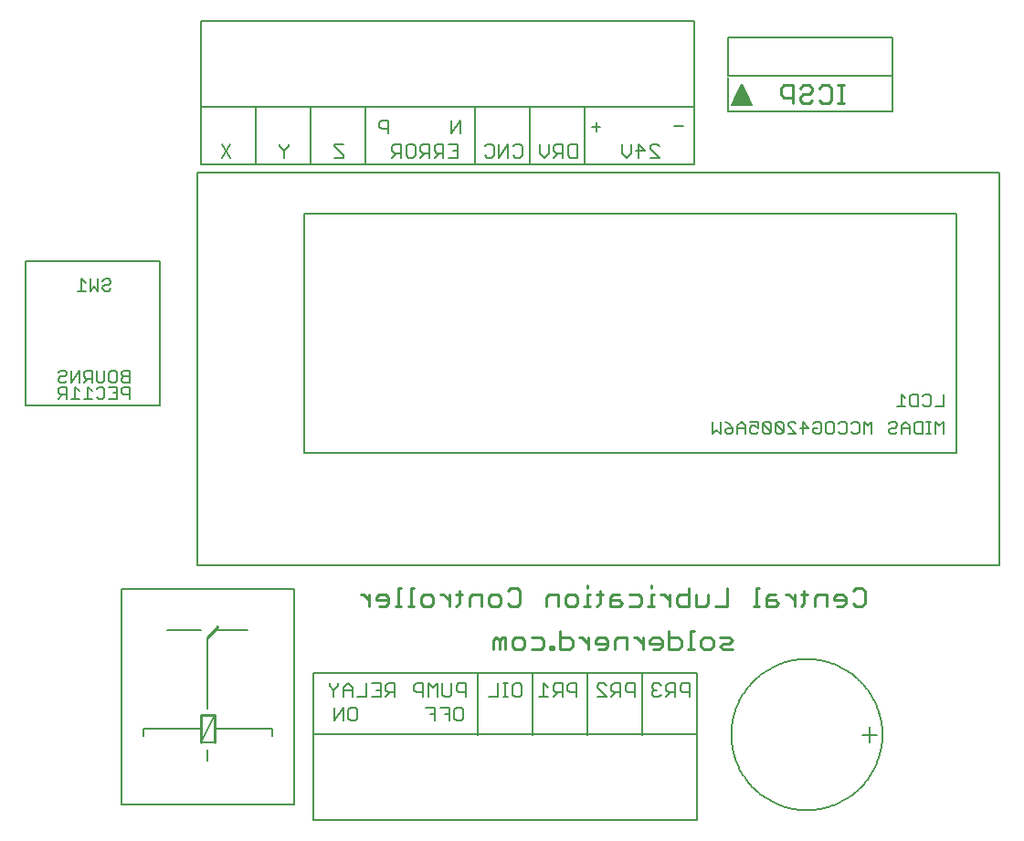
<source format=gbo>
G75*
%MOIN*%
%OFA0B0*%
%FSLAX25Y25*%
%IPPOS*%
%LPD*%
%AMOC8*
5,1,8,0,0,1.08239X$1,22.5*
%
%ADD10C,0.00591*%
%ADD11C,0.01000*%
%ADD12C,0.00700*%
%ADD13C,0.00600*%
D10*
X0148343Y0031719D02*
X0148343Y0063215D01*
X0288343Y0063215D01*
X0288343Y0031719D01*
X0148343Y0031719D01*
X0148343Y0062929D02*
X0148343Y0085429D01*
X0208343Y0085429D01*
X0208343Y0062929D01*
X0228343Y0062929D02*
X0228343Y0085429D01*
X0208343Y0085429D01*
X0228343Y0085429D02*
X0248343Y0085429D01*
X0248343Y0062929D01*
X0268343Y0062929D02*
X0268343Y0085429D01*
X0248343Y0085429D01*
X0268343Y0085429D02*
X0288343Y0085429D01*
X0288343Y0062929D01*
X0300784Y0062929D02*
X0300792Y0063605D01*
X0300817Y0064281D01*
X0300859Y0064956D01*
X0300917Y0065630D01*
X0300991Y0066303D01*
X0301082Y0066973D01*
X0301190Y0067641D01*
X0301314Y0068305D01*
X0301454Y0068967D01*
X0301610Y0069625D01*
X0301782Y0070279D01*
X0301971Y0070929D01*
X0302175Y0071574D01*
X0302395Y0072213D01*
X0302631Y0072847D01*
X0302882Y0073475D01*
X0303148Y0074097D01*
X0303430Y0074712D01*
X0303727Y0075320D01*
X0304038Y0075920D01*
X0304364Y0076513D01*
X0304705Y0077097D01*
X0305060Y0077673D01*
X0305429Y0078240D01*
X0305811Y0078798D01*
X0306207Y0079346D01*
X0306617Y0079884D01*
X0307040Y0080412D01*
X0307475Y0080930D01*
X0307923Y0081436D01*
X0308383Y0081932D01*
X0308856Y0082416D01*
X0309340Y0082889D01*
X0309836Y0083349D01*
X0310342Y0083797D01*
X0310860Y0084232D01*
X0311388Y0084655D01*
X0311926Y0085065D01*
X0312474Y0085461D01*
X0313032Y0085843D01*
X0313599Y0086212D01*
X0314175Y0086567D01*
X0314759Y0086908D01*
X0315352Y0087234D01*
X0315952Y0087545D01*
X0316560Y0087842D01*
X0317175Y0088124D01*
X0317797Y0088390D01*
X0318425Y0088641D01*
X0319059Y0088877D01*
X0319698Y0089097D01*
X0320343Y0089301D01*
X0320993Y0089490D01*
X0321647Y0089662D01*
X0322305Y0089818D01*
X0322967Y0089958D01*
X0323631Y0090082D01*
X0324299Y0090190D01*
X0324969Y0090281D01*
X0325642Y0090355D01*
X0326316Y0090413D01*
X0326991Y0090455D01*
X0327667Y0090480D01*
X0328343Y0090488D01*
X0329019Y0090480D01*
X0329695Y0090455D01*
X0330370Y0090413D01*
X0331044Y0090355D01*
X0331717Y0090281D01*
X0332387Y0090190D01*
X0333055Y0090082D01*
X0333719Y0089958D01*
X0334381Y0089818D01*
X0335039Y0089662D01*
X0335693Y0089490D01*
X0336343Y0089301D01*
X0336988Y0089097D01*
X0337627Y0088877D01*
X0338261Y0088641D01*
X0338889Y0088390D01*
X0339511Y0088124D01*
X0340126Y0087842D01*
X0340734Y0087545D01*
X0341334Y0087234D01*
X0341927Y0086908D01*
X0342511Y0086567D01*
X0343087Y0086212D01*
X0343654Y0085843D01*
X0344212Y0085461D01*
X0344760Y0085065D01*
X0345298Y0084655D01*
X0345826Y0084232D01*
X0346344Y0083797D01*
X0346850Y0083349D01*
X0347346Y0082889D01*
X0347830Y0082416D01*
X0348303Y0081932D01*
X0348763Y0081436D01*
X0349211Y0080930D01*
X0349646Y0080412D01*
X0350069Y0079884D01*
X0350479Y0079346D01*
X0350875Y0078798D01*
X0351257Y0078240D01*
X0351626Y0077673D01*
X0351981Y0077097D01*
X0352322Y0076513D01*
X0352648Y0075920D01*
X0352959Y0075320D01*
X0353256Y0074712D01*
X0353538Y0074097D01*
X0353804Y0073475D01*
X0354055Y0072847D01*
X0354291Y0072213D01*
X0354511Y0071574D01*
X0354715Y0070929D01*
X0354904Y0070279D01*
X0355076Y0069625D01*
X0355232Y0068967D01*
X0355372Y0068305D01*
X0355496Y0067641D01*
X0355604Y0066973D01*
X0355695Y0066303D01*
X0355769Y0065630D01*
X0355827Y0064956D01*
X0355869Y0064281D01*
X0355894Y0063605D01*
X0355902Y0062929D01*
X0355894Y0062253D01*
X0355869Y0061577D01*
X0355827Y0060902D01*
X0355769Y0060228D01*
X0355695Y0059555D01*
X0355604Y0058885D01*
X0355496Y0058217D01*
X0355372Y0057553D01*
X0355232Y0056891D01*
X0355076Y0056233D01*
X0354904Y0055579D01*
X0354715Y0054929D01*
X0354511Y0054284D01*
X0354291Y0053645D01*
X0354055Y0053011D01*
X0353804Y0052383D01*
X0353538Y0051761D01*
X0353256Y0051146D01*
X0352959Y0050538D01*
X0352648Y0049938D01*
X0352322Y0049345D01*
X0351981Y0048761D01*
X0351626Y0048185D01*
X0351257Y0047618D01*
X0350875Y0047060D01*
X0350479Y0046512D01*
X0350069Y0045974D01*
X0349646Y0045446D01*
X0349211Y0044928D01*
X0348763Y0044422D01*
X0348303Y0043926D01*
X0347830Y0043442D01*
X0347346Y0042969D01*
X0346850Y0042509D01*
X0346344Y0042061D01*
X0345826Y0041626D01*
X0345298Y0041203D01*
X0344760Y0040793D01*
X0344212Y0040397D01*
X0343654Y0040015D01*
X0343087Y0039646D01*
X0342511Y0039291D01*
X0341927Y0038950D01*
X0341334Y0038624D01*
X0340734Y0038313D01*
X0340126Y0038016D01*
X0339511Y0037734D01*
X0338889Y0037468D01*
X0338261Y0037217D01*
X0337627Y0036981D01*
X0336988Y0036761D01*
X0336343Y0036557D01*
X0335693Y0036368D01*
X0335039Y0036196D01*
X0334381Y0036040D01*
X0333719Y0035900D01*
X0333055Y0035776D01*
X0332387Y0035668D01*
X0331717Y0035577D01*
X0331044Y0035503D01*
X0330370Y0035445D01*
X0329695Y0035403D01*
X0329019Y0035378D01*
X0328343Y0035370D01*
X0327667Y0035378D01*
X0326991Y0035403D01*
X0326316Y0035445D01*
X0325642Y0035503D01*
X0324969Y0035577D01*
X0324299Y0035668D01*
X0323631Y0035776D01*
X0322967Y0035900D01*
X0322305Y0036040D01*
X0321647Y0036196D01*
X0320993Y0036368D01*
X0320343Y0036557D01*
X0319698Y0036761D01*
X0319059Y0036981D01*
X0318425Y0037217D01*
X0317797Y0037468D01*
X0317175Y0037734D01*
X0316560Y0038016D01*
X0315952Y0038313D01*
X0315352Y0038624D01*
X0314759Y0038950D01*
X0314175Y0039291D01*
X0313599Y0039646D01*
X0313032Y0040015D01*
X0312474Y0040397D01*
X0311926Y0040793D01*
X0311388Y0041203D01*
X0310860Y0041626D01*
X0310342Y0042061D01*
X0309836Y0042509D01*
X0309340Y0042969D01*
X0308856Y0043442D01*
X0308383Y0043926D01*
X0307923Y0044422D01*
X0307475Y0044928D01*
X0307040Y0045446D01*
X0306617Y0045974D01*
X0306207Y0046512D01*
X0305811Y0047060D01*
X0305429Y0047618D01*
X0305060Y0048185D01*
X0304705Y0048761D01*
X0304364Y0049345D01*
X0304038Y0049938D01*
X0303727Y0050538D01*
X0303430Y0051146D01*
X0303148Y0051761D01*
X0302882Y0052383D01*
X0302631Y0053011D01*
X0302395Y0053645D01*
X0302175Y0054284D01*
X0301971Y0054929D01*
X0301782Y0055579D01*
X0301610Y0056233D01*
X0301454Y0056891D01*
X0301314Y0057553D01*
X0301190Y0058217D01*
X0301082Y0058885D01*
X0300991Y0059555D01*
X0300917Y0060228D01*
X0300859Y0060902D01*
X0300817Y0061577D01*
X0300792Y0062253D01*
X0300784Y0062929D01*
X0348422Y0062929D02*
X0353934Y0062929D01*
X0351178Y0065685D02*
X0351178Y0060173D01*
X0398422Y0124917D02*
X0398422Y0268224D01*
X0105902Y0268224D01*
X0105902Y0124917D01*
X0398422Y0124917D01*
X0383068Y0165705D02*
X0383068Y0253028D01*
X0144879Y0253028D01*
X0144879Y0165705D01*
X0383068Y0165705D01*
X0287093Y0271054D02*
X0247093Y0271054D01*
X0247093Y0292304D01*
X0227093Y0292304D02*
X0227093Y0271054D01*
X0207093Y0271054D01*
X0207093Y0292304D01*
X0207093Y0271054D02*
X0167093Y0271054D01*
X0167093Y0292304D01*
X0147093Y0292304D02*
X0147093Y0271054D01*
X0127093Y0271054D01*
X0127093Y0292304D01*
X0107093Y0292304D02*
X0107093Y0271054D01*
X0127093Y0271054D01*
X0147093Y0271054D02*
X0167093Y0271054D01*
X0227093Y0271054D02*
X0247093Y0271054D01*
X0287093Y0271054D02*
X0287093Y0292304D01*
X0287093Y0292019D02*
X0287093Y0323515D01*
X0107093Y0323515D01*
X0107093Y0292019D01*
X0287093Y0292019D01*
X0299593Y0290429D02*
X0299593Y0302929D01*
X0299593Y0303429D02*
X0299593Y0317429D01*
X0359593Y0317429D01*
X0359593Y0303429D01*
X0299593Y0303429D01*
X0304593Y0300429D02*
X0308343Y0292929D01*
X0300843Y0292929D01*
X0304593Y0300429D01*
X0304488Y0300220D02*
X0304698Y0300220D01*
X0304992Y0299631D02*
X0304194Y0299631D01*
X0303899Y0299042D02*
X0305287Y0299042D01*
X0305581Y0298453D02*
X0303605Y0298453D01*
X0303310Y0297864D02*
X0305876Y0297864D01*
X0306171Y0297274D02*
X0303016Y0297274D01*
X0302721Y0296685D02*
X0306465Y0296685D01*
X0306760Y0296096D02*
X0302427Y0296096D01*
X0302132Y0295507D02*
X0307054Y0295507D01*
X0307349Y0294918D02*
X0301838Y0294918D01*
X0301543Y0294329D02*
X0307643Y0294329D01*
X0307938Y0293740D02*
X0301249Y0293740D01*
X0300954Y0293151D02*
X0308232Y0293151D01*
X0299593Y0290429D02*
X0359593Y0290429D01*
X0359593Y0304179D01*
X0092320Y0235744D02*
X0092320Y0182988D01*
X0043107Y0182988D01*
X0043107Y0235744D01*
X0092320Y0235744D01*
D11*
X0179277Y0116412D02*
X0179277Y0109806D01*
X0178177Y0109806D02*
X0180378Y0109806D01*
X0182842Y0109806D02*
X0185044Y0109806D01*
X0183943Y0109806D02*
X0183943Y0116412D01*
X0185044Y0116412D01*
X0187638Y0113109D02*
X0188739Y0114210D01*
X0190941Y0114210D01*
X0192042Y0113109D01*
X0192042Y0110907D01*
X0190941Y0109806D01*
X0188739Y0109806D01*
X0187638Y0110907D01*
X0187638Y0113109D01*
X0194571Y0114210D02*
X0195671Y0114210D01*
X0197873Y0112008D01*
X0197873Y0109806D02*
X0197873Y0114210D01*
X0200337Y0114210D02*
X0202539Y0114210D01*
X0201438Y0115311D02*
X0201438Y0110907D01*
X0200337Y0109806D01*
X0205133Y0109806D02*
X0205133Y0113109D01*
X0206234Y0114210D01*
X0209537Y0114210D01*
X0209537Y0109806D01*
X0212131Y0110907D02*
X0212131Y0113109D01*
X0213232Y0114210D01*
X0215434Y0114210D01*
X0216535Y0113109D01*
X0216535Y0110907D01*
X0215434Y0109806D01*
X0213232Y0109806D01*
X0212131Y0110907D01*
X0219129Y0110907D02*
X0220230Y0109806D01*
X0222432Y0109806D01*
X0223533Y0110907D01*
X0223533Y0115311D01*
X0222432Y0116412D01*
X0220230Y0116412D01*
X0219129Y0115311D01*
X0233125Y0113109D02*
X0233125Y0109806D01*
X0233125Y0113109D02*
X0234226Y0114210D01*
X0237529Y0114210D01*
X0237529Y0109806D01*
X0240123Y0110907D02*
X0240123Y0113109D01*
X0241224Y0114210D01*
X0243426Y0114210D01*
X0244526Y0113109D01*
X0244526Y0110907D01*
X0243426Y0109806D01*
X0241224Y0109806D01*
X0240123Y0110907D01*
X0246990Y0109806D02*
X0249192Y0109806D01*
X0248091Y0109806D02*
X0248091Y0114210D01*
X0249192Y0114210D01*
X0248091Y0116412D02*
X0248091Y0117513D01*
X0251655Y0114210D02*
X0253857Y0114210D01*
X0252756Y0115311D02*
X0252756Y0110907D01*
X0251655Y0109806D01*
X0256451Y0109806D02*
X0256451Y0113109D01*
X0257552Y0114210D01*
X0259754Y0114210D01*
X0259754Y0112008D02*
X0256451Y0112008D01*
X0256451Y0109806D02*
X0259754Y0109806D01*
X0260855Y0110907D01*
X0259754Y0112008D01*
X0263449Y0109806D02*
X0266752Y0109806D01*
X0267853Y0110907D01*
X0267853Y0113109D01*
X0266752Y0114210D01*
X0263449Y0114210D01*
X0271417Y0114210D02*
X0271417Y0109806D01*
X0272518Y0109806D02*
X0270316Y0109806D01*
X0271417Y0114210D02*
X0272518Y0114210D01*
X0271417Y0116412D02*
X0271417Y0117513D01*
X0275047Y0114210D02*
X0276148Y0114210D01*
X0278350Y0112008D01*
X0278350Y0109806D02*
X0278350Y0114210D01*
X0280944Y0113109D02*
X0280944Y0110907D01*
X0282045Y0109806D01*
X0285348Y0109806D01*
X0285348Y0116412D01*
X0285348Y0114210D02*
X0282045Y0114210D01*
X0280944Y0113109D01*
X0287942Y0114210D02*
X0287942Y0109806D01*
X0291245Y0109806D01*
X0292346Y0110907D01*
X0292346Y0114210D01*
X0294940Y0109806D02*
X0299344Y0109806D01*
X0299344Y0116412D01*
X0309906Y0116412D02*
X0309906Y0109806D01*
X0311007Y0109806D02*
X0308805Y0109806D01*
X0313601Y0109806D02*
X0313601Y0113109D01*
X0314702Y0114210D01*
X0316904Y0114210D01*
X0316904Y0112008D02*
X0313601Y0112008D01*
X0313601Y0109806D02*
X0316904Y0109806D01*
X0318005Y0110907D01*
X0316904Y0112008D01*
X0320534Y0114210D02*
X0321635Y0114210D01*
X0323837Y0112008D01*
X0323837Y0109806D02*
X0323837Y0114210D01*
X0326300Y0114210D02*
X0328502Y0114210D01*
X0327401Y0115311D02*
X0327401Y0110907D01*
X0326300Y0109806D01*
X0331096Y0109806D02*
X0331096Y0113109D01*
X0332197Y0114210D01*
X0335500Y0114210D01*
X0335500Y0109806D01*
X0338094Y0112008D02*
X0338094Y0113109D01*
X0339195Y0114210D01*
X0341397Y0114210D01*
X0342498Y0113109D01*
X0342498Y0110907D01*
X0341397Y0109806D01*
X0339195Y0109806D01*
X0338094Y0112008D02*
X0342498Y0112008D01*
X0345092Y0110907D02*
X0346193Y0109806D01*
X0348395Y0109806D01*
X0349496Y0110907D01*
X0349496Y0115311D01*
X0348395Y0116412D01*
X0346193Y0116412D01*
X0345092Y0115311D01*
X0311007Y0116412D02*
X0309906Y0116412D01*
X0287097Y0100664D02*
X0285996Y0100664D01*
X0285996Y0094058D01*
X0284896Y0094058D02*
X0287097Y0094058D01*
X0289692Y0095159D02*
X0289692Y0097361D01*
X0290793Y0098462D01*
X0292994Y0098462D01*
X0294095Y0097361D01*
X0294095Y0095159D01*
X0292994Y0094058D01*
X0290793Y0094058D01*
X0289692Y0095159D01*
X0296690Y0095159D02*
X0297791Y0094058D01*
X0301093Y0094058D01*
X0299992Y0096260D02*
X0297791Y0096260D01*
X0296690Y0095159D01*
X0296690Y0098462D02*
X0299992Y0098462D01*
X0301093Y0097361D01*
X0299992Y0096260D01*
X0282432Y0095159D02*
X0281331Y0094058D01*
X0278028Y0094058D01*
X0278028Y0100664D01*
X0278028Y0098462D02*
X0281331Y0098462D01*
X0282432Y0097361D01*
X0282432Y0095159D01*
X0275434Y0095159D02*
X0274333Y0094058D01*
X0272131Y0094058D01*
X0271030Y0096260D02*
X0275434Y0096260D01*
X0275434Y0095159D02*
X0275434Y0097361D01*
X0274333Y0098462D01*
X0272131Y0098462D01*
X0271030Y0097361D01*
X0271030Y0096260D01*
X0268436Y0096260D02*
X0266234Y0098462D01*
X0265133Y0098462D01*
X0262605Y0098462D02*
X0262605Y0094058D01*
X0262605Y0098462D02*
X0259302Y0098462D01*
X0258201Y0097361D01*
X0258201Y0094058D01*
X0255607Y0095159D02*
X0255607Y0097361D01*
X0254506Y0098462D01*
X0252304Y0098462D01*
X0251203Y0097361D01*
X0251203Y0096260D01*
X0255607Y0096260D01*
X0255607Y0095159D02*
X0254506Y0094058D01*
X0252304Y0094058D01*
X0248609Y0094058D02*
X0248609Y0098462D01*
X0248609Y0096260D02*
X0246407Y0098462D01*
X0245306Y0098462D01*
X0242777Y0097361D02*
X0241676Y0098462D01*
X0238373Y0098462D01*
X0238373Y0100664D02*
X0238373Y0094058D01*
X0241676Y0094058D01*
X0242777Y0095159D01*
X0242777Y0097361D01*
X0235779Y0095159D02*
X0235779Y0094058D01*
X0234678Y0094058D01*
X0234678Y0095159D01*
X0235779Y0095159D01*
X0232280Y0095159D02*
X0231179Y0094058D01*
X0227876Y0094058D01*
X0225282Y0095159D02*
X0224181Y0094058D01*
X0221979Y0094058D01*
X0220878Y0095159D01*
X0220878Y0097361D01*
X0221979Y0098462D01*
X0224181Y0098462D01*
X0225282Y0097361D01*
X0225282Y0095159D01*
X0227876Y0098462D02*
X0231179Y0098462D01*
X0232280Y0097361D01*
X0232280Y0095159D01*
X0218284Y0094058D02*
X0218284Y0098462D01*
X0217183Y0098462D01*
X0216082Y0097361D01*
X0214981Y0098462D01*
X0213880Y0097361D01*
X0213880Y0094058D01*
X0216082Y0094058D02*
X0216082Y0097361D01*
X0180378Y0116412D02*
X0179277Y0116412D01*
X0175713Y0113109D02*
X0174612Y0114210D01*
X0172410Y0114210D01*
X0171309Y0113109D01*
X0171309Y0112008D01*
X0175713Y0112008D01*
X0175713Y0110907D02*
X0175713Y0113109D01*
X0175713Y0110907D02*
X0174612Y0109806D01*
X0172410Y0109806D01*
X0168715Y0109806D02*
X0168715Y0114210D01*
X0168715Y0112008D02*
X0166513Y0114210D01*
X0165412Y0114210D01*
X0113293Y0102385D02*
X0112093Y0101085D01*
X0109593Y0098585D01*
X0107093Y0070085D02*
X0107093Y0065085D01*
X0107093Y0060085D01*
X0112093Y0060085D02*
X0112093Y0065085D01*
X0112093Y0070085D01*
X0107093Y0070085D01*
X0268436Y0094058D02*
X0268436Y0098462D01*
X0323262Y0293379D02*
X0323262Y0299985D01*
X0319959Y0299985D01*
X0318858Y0298884D01*
X0318858Y0296682D01*
X0319959Y0295581D01*
X0323262Y0295581D01*
X0325856Y0295581D02*
X0326957Y0296682D01*
X0329159Y0296682D01*
X0330260Y0297783D01*
X0330260Y0298884D01*
X0329159Y0299985D01*
X0326957Y0299985D01*
X0325856Y0298884D01*
X0325856Y0295581D02*
X0325856Y0294480D01*
X0326957Y0293379D01*
X0329159Y0293379D01*
X0330260Y0294480D01*
X0332854Y0294480D02*
X0333955Y0293379D01*
X0336157Y0293379D01*
X0337257Y0294480D01*
X0337257Y0298884D01*
X0336157Y0299985D01*
X0333955Y0299985D01*
X0332854Y0298884D01*
X0339721Y0299985D02*
X0341923Y0299985D01*
X0340822Y0299985D02*
X0340822Y0293379D01*
X0341923Y0293379D02*
X0339721Y0293379D01*
D12*
X0283229Y0285170D02*
X0279959Y0285170D01*
X0273660Y0278508D02*
X0274478Y0277691D01*
X0273660Y0278508D02*
X0272026Y0278508D01*
X0271208Y0277691D01*
X0271208Y0276874D01*
X0274478Y0273604D01*
X0271208Y0273604D01*
X0269321Y0276056D02*
X0266052Y0276056D01*
X0264165Y0275239D02*
X0262530Y0273604D01*
X0260896Y0275239D01*
X0260896Y0278508D01*
X0264165Y0278508D02*
X0264165Y0275239D01*
X0266869Y0273604D02*
X0266869Y0278508D01*
X0269321Y0276056D01*
X0253071Y0284806D02*
X0249802Y0284806D01*
X0251437Y0286441D02*
X0251437Y0283171D01*
X0244478Y0278508D02*
X0242026Y0278508D01*
X0241208Y0277691D01*
X0241208Y0274421D01*
X0242026Y0273604D01*
X0244478Y0273604D01*
X0244478Y0278508D01*
X0239321Y0278508D02*
X0236869Y0278508D01*
X0236052Y0277691D01*
X0236052Y0276056D01*
X0236869Y0275239D01*
X0239321Y0275239D01*
X0237687Y0275239D02*
X0236052Y0273604D01*
X0234165Y0275239D02*
X0232530Y0273604D01*
X0230896Y0275239D01*
X0230896Y0278508D01*
X0234165Y0278508D02*
X0234165Y0275239D01*
X0239321Y0273604D02*
X0239321Y0278508D01*
X0224478Y0277691D02*
X0224478Y0274421D01*
X0223660Y0273604D01*
X0222026Y0273604D01*
X0221208Y0274421D01*
X0219321Y0273604D02*
X0219321Y0278508D01*
X0216052Y0273604D01*
X0216052Y0278508D01*
X0214165Y0277691D02*
X0214165Y0274421D01*
X0213348Y0273604D01*
X0211713Y0273604D01*
X0210896Y0274421D01*
X0210896Y0277691D02*
X0211713Y0278508D01*
X0213348Y0278508D01*
X0214165Y0277691D01*
X0221208Y0277691D02*
X0222026Y0278508D01*
X0223660Y0278508D01*
X0224478Y0277691D01*
X0201821Y0282354D02*
X0201821Y0287258D01*
X0198552Y0282354D01*
X0198552Y0287258D01*
X0197615Y0278508D02*
X0200884Y0278508D01*
X0200884Y0273604D01*
X0197615Y0273604D01*
X0195728Y0273604D02*
X0195728Y0278508D01*
X0193276Y0278508D01*
X0192458Y0277691D01*
X0192458Y0276056D01*
X0193276Y0275239D01*
X0195728Y0275239D01*
X0194093Y0275239D02*
X0192458Y0273604D01*
X0190571Y0273604D02*
X0190571Y0278508D01*
X0188119Y0278508D01*
X0187302Y0277691D01*
X0187302Y0276056D01*
X0188119Y0275239D01*
X0190571Y0275239D01*
X0188937Y0275239D02*
X0187302Y0273604D01*
X0185415Y0274421D02*
X0185415Y0277691D01*
X0184598Y0278508D01*
X0182963Y0278508D01*
X0182146Y0277691D01*
X0182146Y0274421D01*
X0182963Y0273604D01*
X0184598Y0273604D01*
X0185415Y0274421D01*
X0180259Y0273604D02*
X0180259Y0278508D01*
X0177807Y0278508D01*
X0176989Y0277691D01*
X0176989Y0276056D01*
X0177807Y0275239D01*
X0180259Y0275239D01*
X0178624Y0275239D02*
X0176989Y0273604D01*
X0175571Y0282354D02*
X0175571Y0287258D01*
X0173119Y0287258D01*
X0172302Y0286441D01*
X0172302Y0284806D01*
X0173119Y0283989D01*
X0175571Y0283989D01*
X0159321Y0278508D02*
X0156052Y0278508D01*
X0156052Y0277691D01*
X0159321Y0274421D01*
X0159321Y0273604D01*
X0156052Y0273604D01*
X0139321Y0277691D02*
X0137687Y0276056D01*
X0137687Y0273604D01*
X0137687Y0276056D02*
X0136052Y0277691D01*
X0136052Y0278508D01*
X0139321Y0278508D02*
X0139321Y0277691D01*
X0118071Y0278508D02*
X0114802Y0273604D01*
X0118071Y0273604D02*
X0114802Y0278508D01*
X0199249Y0276056D02*
X0200884Y0276056D01*
X0201323Y0081633D02*
X0200506Y0080816D01*
X0200506Y0079181D01*
X0201323Y0078364D01*
X0203775Y0078364D01*
X0203775Y0076729D02*
X0203775Y0081633D01*
X0201323Y0081633D01*
X0198619Y0081633D02*
X0198619Y0077546D01*
X0197801Y0076729D01*
X0196167Y0076729D01*
X0195349Y0077546D01*
X0195349Y0081633D01*
X0193462Y0081633D02*
X0191828Y0079999D01*
X0190193Y0081633D01*
X0190193Y0076729D01*
X0188306Y0076729D02*
X0188306Y0081633D01*
X0185854Y0081633D01*
X0185037Y0080816D01*
X0185037Y0079181D01*
X0185854Y0078364D01*
X0188306Y0078364D01*
X0193462Y0076729D02*
X0193462Y0081633D01*
X0192680Y0072883D02*
X0189411Y0072883D01*
X0191046Y0070431D02*
X0192680Y0070431D01*
X0192680Y0067979D02*
X0192680Y0072883D01*
X0194567Y0072883D02*
X0197837Y0072883D01*
X0197837Y0067979D01*
X0199724Y0068796D02*
X0199724Y0072066D01*
X0200541Y0072883D01*
X0202176Y0072883D01*
X0202993Y0072066D01*
X0202993Y0068796D01*
X0202176Y0067979D01*
X0200541Y0067979D01*
X0199724Y0068796D01*
X0197837Y0070431D02*
X0196202Y0070431D01*
X0212380Y0076729D02*
X0215649Y0076729D01*
X0215649Y0081633D01*
X0217452Y0081633D02*
X0219087Y0081633D01*
X0218269Y0081633D02*
X0218269Y0076729D01*
X0217452Y0076729D02*
X0219087Y0076729D01*
X0220974Y0077546D02*
X0220974Y0080816D01*
X0221791Y0081633D01*
X0223426Y0081633D01*
X0224243Y0080816D01*
X0224243Y0077546D01*
X0223426Y0076729D01*
X0221791Y0076729D01*
X0220974Y0077546D01*
X0230661Y0076729D02*
X0233930Y0076729D01*
X0232296Y0076729D02*
X0232296Y0081633D01*
X0233930Y0079999D01*
X0235817Y0080816D02*
X0235817Y0079181D01*
X0236635Y0078364D01*
X0239087Y0078364D01*
X0239087Y0076729D02*
X0239087Y0081633D01*
X0236635Y0081633D01*
X0235817Y0080816D01*
X0237452Y0078364D02*
X0235817Y0076729D01*
X0240974Y0079181D02*
X0241791Y0078364D01*
X0244243Y0078364D01*
X0244243Y0076729D02*
X0244243Y0081633D01*
X0241791Y0081633D01*
X0240974Y0080816D01*
X0240974Y0079181D01*
X0251911Y0079999D02*
X0251911Y0080816D01*
X0252728Y0081633D01*
X0254363Y0081633D01*
X0255180Y0080816D01*
X0257067Y0080816D02*
X0257067Y0079181D01*
X0257885Y0078364D01*
X0260337Y0078364D01*
X0260337Y0076729D02*
X0260337Y0081633D01*
X0257885Y0081633D01*
X0257067Y0080816D01*
X0258702Y0078364D02*
X0257067Y0076729D01*
X0255180Y0076729D02*
X0251911Y0079999D01*
X0251911Y0076729D02*
X0255180Y0076729D01*
X0262224Y0079181D02*
X0263041Y0078364D01*
X0265493Y0078364D01*
X0265493Y0076729D02*
X0265493Y0081633D01*
X0263041Y0081633D01*
X0262224Y0080816D01*
X0262224Y0079181D01*
X0271911Y0078364D02*
X0271911Y0077546D01*
X0272728Y0076729D01*
X0274363Y0076729D01*
X0275180Y0077546D01*
X0277067Y0076729D02*
X0278702Y0078364D01*
X0277885Y0078364D02*
X0280337Y0078364D01*
X0280337Y0076729D02*
X0280337Y0081633D01*
X0277885Y0081633D01*
X0277067Y0080816D01*
X0277067Y0079181D01*
X0277885Y0078364D01*
X0275180Y0080816D02*
X0274363Y0081633D01*
X0272728Y0081633D01*
X0271911Y0080816D01*
X0271911Y0079999D01*
X0272728Y0079181D01*
X0271911Y0078364D01*
X0272728Y0079181D02*
X0273546Y0079181D01*
X0282224Y0079181D02*
X0283041Y0078364D01*
X0285493Y0078364D01*
X0285493Y0076729D02*
X0285493Y0081633D01*
X0283041Y0081633D01*
X0282224Y0080816D01*
X0282224Y0079181D01*
X0177993Y0078364D02*
X0175541Y0078364D01*
X0174724Y0079181D01*
X0174724Y0080816D01*
X0175541Y0081633D01*
X0177993Y0081633D01*
X0177993Y0076729D01*
X0176359Y0078364D02*
X0174724Y0076729D01*
X0172837Y0076729D02*
X0169567Y0076729D01*
X0167680Y0076729D02*
X0164411Y0076729D01*
X0162524Y0076729D02*
X0162524Y0079999D01*
X0160889Y0081633D01*
X0159255Y0079999D01*
X0159255Y0076729D01*
X0159255Y0079181D02*
X0162524Y0079181D01*
X0157368Y0080816D02*
X0157368Y0081633D01*
X0157368Y0080816D02*
X0155733Y0079181D01*
X0155733Y0076729D01*
X0155733Y0079181D02*
X0154098Y0080816D01*
X0154098Y0081633D01*
X0155817Y0072883D02*
X0155817Y0067979D01*
X0159087Y0072883D01*
X0159087Y0067979D01*
X0160974Y0068796D02*
X0160974Y0072066D01*
X0161791Y0072883D01*
X0163426Y0072883D01*
X0164243Y0072066D01*
X0164243Y0068796D01*
X0163426Y0067979D01*
X0161791Y0067979D01*
X0160974Y0068796D01*
X0167680Y0076729D02*
X0167680Y0081633D01*
X0169567Y0081633D02*
X0172837Y0081633D01*
X0172837Y0076729D01*
X0172837Y0079181D02*
X0171202Y0079181D01*
D13*
X0141089Y0037309D02*
X0078097Y0037309D01*
X0078097Y0116049D01*
X0141089Y0116049D01*
X0141089Y0037309D01*
X0133093Y0062585D02*
X0133093Y0065085D01*
X0112093Y0065085D01*
X0112093Y0070085D02*
X0107093Y0060085D01*
X0112093Y0060085D01*
X0109593Y0057585D02*
X0109593Y0053585D01*
X0107093Y0065085D02*
X0086093Y0065085D01*
X0086093Y0062585D01*
X0109593Y0072585D02*
X0109593Y0098585D01*
X0107093Y0101085D02*
X0094793Y0101085D01*
X0112093Y0101085D02*
X0124293Y0101085D01*
X0081225Y0185513D02*
X0081225Y0189916D01*
X0079023Y0189916D01*
X0078289Y0189182D01*
X0078289Y0187714D01*
X0079023Y0186981D01*
X0081225Y0186981D01*
X0081225Y0191418D02*
X0079023Y0191418D01*
X0078289Y0192152D01*
X0078289Y0192886D01*
X0079023Y0193620D01*
X0081225Y0193620D01*
X0079023Y0193620D02*
X0078289Y0194354D01*
X0078289Y0195088D01*
X0079023Y0195822D01*
X0081225Y0195822D01*
X0081225Y0191418D01*
X0076621Y0192152D02*
X0076621Y0195088D01*
X0075887Y0195822D01*
X0074419Y0195822D01*
X0073685Y0195088D01*
X0073685Y0192152D01*
X0074419Y0191418D01*
X0075887Y0191418D01*
X0076621Y0192152D01*
X0076621Y0189916D02*
X0076621Y0185513D01*
X0073685Y0185513D01*
X0072017Y0186247D02*
X0072017Y0189182D01*
X0071283Y0189916D01*
X0069815Y0189916D01*
X0069081Y0189182D01*
X0067413Y0188448D02*
X0065945Y0189916D01*
X0065945Y0185513D01*
X0067413Y0185513D02*
X0064477Y0185513D01*
X0062809Y0185513D02*
X0059874Y0185513D01*
X0061341Y0185513D02*
X0061341Y0189916D01*
X0062809Y0188448D01*
X0062809Y0191418D02*
X0062809Y0195822D01*
X0059874Y0191418D01*
X0059874Y0195822D01*
X0058205Y0195088D02*
X0058205Y0194354D01*
X0057471Y0193620D01*
X0056004Y0193620D01*
X0055270Y0192886D01*
X0055270Y0192152D01*
X0056004Y0191418D01*
X0057471Y0191418D01*
X0058205Y0192152D01*
X0058205Y0189916D02*
X0056004Y0189916D01*
X0055270Y0189182D01*
X0055270Y0187714D01*
X0056004Y0186981D01*
X0058205Y0186981D01*
X0056738Y0186981D02*
X0055270Y0185513D01*
X0058205Y0185513D02*
X0058205Y0189916D01*
X0064477Y0191418D02*
X0065945Y0192886D01*
X0065211Y0192886D02*
X0067413Y0192886D01*
X0067413Y0191418D02*
X0067413Y0195822D01*
X0065211Y0195822D01*
X0064477Y0195088D01*
X0064477Y0193620D01*
X0065211Y0192886D01*
X0069081Y0192152D02*
X0069081Y0195822D01*
X0072017Y0195822D02*
X0072017Y0192152D01*
X0071283Y0191418D01*
X0069815Y0191418D01*
X0069081Y0192152D01*
X0073685Y0189916D02*
X0076621Y0189916D01*
X0076621Y0187714D02*
X0075153Y0187714D01*
X0072017Y0186247D02*
X0071283Y0185513D01*
X0069815Y0185513D01*
X0069081Y0186247D01*
X0058205Y0195088D02*
X0057471Y0195822D01*
X0056004Y0195822D01*
X0055270Y0195088D01*
X0062175Y0224883D02*
X0065111Y0224883D01*
X0063643Y0224883D02*
X0063643Y0229286D01*
X0065111Y0227819D01*
X0066779Y0229286D02*
X0066779Y0224883D01*
X0068247Y0226351D01*
X0069715Y0224883D01*
X0069715Y0229286D01*
X0071383Y0228552D02*
X0072117Y0229286D01*
X0073585Y0229286D01*
X0074319Y0228552D01*
X0074319Y0227819D01*
X0073585Y0227085D01*
X0072117Y0227085D01*
X0071383Y0226351D01*
X0071383Y0225617D01*
X0072117Y0224883D01*
X0073585Y0224883D01*
X0074319Y0225617D01*
X0293850Y0177121D02*
X0293850Y0172717D01*
X0295318Y0174185D01*
X0296786Y0172717D01*
X0296786Y0177121D01*
X0298454Y0177121D02*
X0299922Y0176387D01*
X0301390Y0174919D01*
X0299188Y0174919D01*
X0298454Y0174185D01*
X0298454Y0173451D01*
X0299188Y0172717D01*
X0300656Y0172717D01*
X0301390Y0173451D01*
X0301390Y0174919D01*
X0303058Y0174919D02*
X0305994Y0174919D01*
X0305994Y0175653D02*
X0304526Y0177121D01*
X0303058Y0175653D01*
X0303058Y0172717D01*
X0305994Y0172717D02*
X0305994Y0175653D01*
X0307662Y0174919D02*
X0307662Y0173451D01*
X0308396Y0172717D01*
X0309864Y0172717D01*
X0310598Y0173451D01*
X0310598Y0174919D02*
X0309130Y0175653D01*
X0308396Y0175653D01*
X0307662Y0174919D01*
X0307662Y0177121D02*
X0310598Y0177121D01*
X0310598Y0174919D01*
X0312266Y0176387D02*
X0312266Y0173451D01*
X0313000Y0172717D01*
X0314468Y0172717D01*
X0315202Y0173451D01*
X0312266Y0176387D01*
X0313000Y0177121D01*
X0314468Y0177121D01*
X0315202Y0176387D01*
X0315202Y0173451D01*
X0316870Y0173451D02*
X0317604Y0172717D01*
X0319072Y0172717D01*
X0319806Y0173451D01*
X0316870Y0176387D01*
X0316870Y0173451D01*
X0319806Y0173451D02*
X0319806Y0176387D01*
X0319072Y0177121D01*
X0317604Y0177121D01*
X0316870Y0176387D01*
X0321474Y0176387D02*
X0321474Y0175653D01*
X0324409Y0172717D01*
X0321474Y0172717D01*
X0321474Y0176387D02*
X0322208Y0177121D01*
X0323676Y0177121D01*
X0324409Y0176387D01*
X0326078Y0174919D02*
X0329013Y0174919D01*
X0326812Y0177121D01*
X0326812Y0172717D01*
X0330681Y0173451D02*
X0330681Y0174919D01*
X0332149Y0174919D01*
X0330681Y0173451D02*
X0331415Y0172717D01*
X0332883Y0172717D01*
X0333617Y0173451D01*
X0333617Y0176387D01*
X0332883Y0177121D01*
X0331415Y0177121D01*
X0330681Y0176387D01*
X0335285Y0176387D02*
X0335285Y0173451D01*
X0336019Y0172717D01*
X0337487Y0172717D01*
X0338221Y0173451D01*
X0338221Y0176387D01*
X0337487Y0177121D01*
X0336019Y0177121D01*
X0335285Y0176387D01*
X0339889Y0176387D02*
X0340623Y0177121D01*
X0342091Y0177121D01*
X0342825Y0176387D01*
X0342825Y0173451D01*
X0342091Y0172717D01*
X0340623Y0172717D01*
X0339889Y0173451D01*
X0344493Y0173451D02*
X0345227Y0172717D01*
X0346695Y0172717D01*
X0347429Y0173451D01*
X0347429Y0176387D01*
X0346695Y0177121D01*
X0345227Y0177121D01*
X0344493Y0176387D01*
X0349097Y0177121D02*
X0349097Y0172717D01*
X0352033Y0172717D02*
X0352033Y0177121D01*
X0350565Y0175653D01*
X0349097Y0177121D01*
X0358305Y0176387D02*
X0359039Y0177121D01*
X0360507Y0177121D01*
X0361241Y0176387D01*
X0361241Y0175653D01*
X0360507Y0174919D01*
X0359039Y0174919D01*
X0358305Y0174185D01*
X0358305Y0173451D01*
X0359039Y0172717D01*
X0360507Y0172717D01*
X0361241Y0173451D01*
X0362909Y0172717D02*
X0362909Y0175653D01*
X0364377Y0177121D01*
X0365845Y0175653D01*
X0365845Y0172717D01*
X0367513Y0173451D02*
X0367513Y0176387D01*
X0368247Y0177121D01*
X0370449Y0177121D01*
X0370449Y0172717D01*
X0368247Y0172717D01*
X0367513Y0173451D01*
X0365845Y0174919D02*
X0362909Y0174919D01*
X0362842Y0182717D02*
X0362842Y0187121D01*
X0364310Y0185653D01*
X0365978Y0186387D02*
X0366712Y0187121D01*
X0368914Y0187121D01*
X0368914Y0182717D01*
X0366712Y0182717D01*
X0365978Y0183451D01*
X0365978Y0186387D01*
X0364310Y0182717D02*
X0361374Y0182717D01*
X0370582Y0183451D02*
X0371316Y0182717D01*
X0372784Y0182717D01*
X0373518Y0183451D01*
X0373518Y0186387D01*
X0372784Y0187121D01*
X0371316Y0187121D01*
X0370582Y0186387D01*
X0375186Y0182717D02*
X0378122Y0182717D01*
X0378122Y0187121D01*
X0378122Y0177121D02*
X0376654Y0175653D01*
X0375186Y0177121D01*
X0375186Y0172717D01*
X0373518Y0172717D02*
X0372050Y0172717D01*
X0372784Y0172717D02*
X0372784Y0177121D01*
X0373518Y0177121D02*
X0372050Y0177121D01*
X0378122Y0177121D02*
X0378122Y0172717D01*
M02*

</source>
